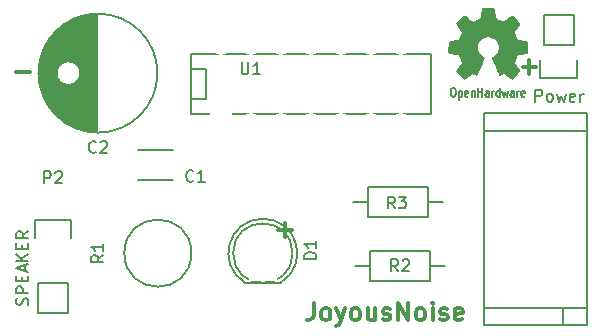
<source format=gbr>
G04 #@! TF.FileFunction,Legend,Top*
%FSLAX46Y46*%
G04 Gerber Fmt 4.6, Leading zero omitted, Abs format (unit mm)*
G04 Created by KiCad (PCBNEW (2015-07-30 BZR 6023, Git cb629e0)-product) date 9/23/2015 11:43:22 AM*
%MOMM*%
G01*
G04 APERTURE LIST*
%ADD10C,0.100000*%
%ADD11C,0.300000*%
%ADD12C,0.150000*%
%ADD13C,0.002540*%
%ADD14C,0.127000*%
%ADD15C,2.899360*%
%ADD16R,2.400000X2.300000*%
%ADD17C,2.300000*%
%ADD18R,2.432000X2.432000*%
%ADD19O,2.432000X2.432000*%
%ADD20C,2.398980*%
%ADD21R,1.974800X2.686000*%
%ADD22O,1.974800X2.686000*%
%ADD23R,1.700000X1.700000*%
%ADD24C,1.700000*%
%ADD25O,2.899360X1.901140*%
G04 APERTURE END LIST*
D10*
D11*
X127701112Y-69761563D02*
X128843969Y-69761563D01*
X170581392Y-69327223D02*
X171724249Y-69327223D01*
X171152820Y-69898651D02*
X171152820Y-68755794D01*
X152889391Y-89277451D02*
X152889391Y-90348880D01*
X152817963Y-90563166D01*
X152675106Y-90706023D01*
X152460820Y-90777451D01*
X152317963Y-90777451D01*
X153817963Y-90777451D02*
X153675105Y-90706023D01*
X153603677Y-90634594D01*
X153532248Y-90491737D01*
X153532248Y-90063166D01*
X153603677Y-89920309D01*
X153675105Y-89848880D01*
X153817963Y-89777451D01*
X154032248Y-89777451D01*
X154175105Y-89848880D01*
X154246534Y-89920309D01*
X154317963Y-90063166D01*
X154317963Y-90491737D01*
X154246534Y-90634594D01*
X154175105Y-90706023D01*
X154032248Y-90777451D01*
X153817963Y-90777451D01*
X154817963Y-89777451D02*
X155175106Y-90777451D01*
X155532248Y-89777451D02*
X155175106Y-90777451D01*
X155032248Y-91134594D01*
X154960820Y-91206023D01*
X154817963Y-91277451D01*
X156317963Y-90777451D02*
X156175105Y-90706023D01*
X156103677Y-90634594D01*
X156032248Y-90491737D01*
X156032248Y-90063166D01*
X156103677Y-89920309D01*
X156175105Y-89848880D01*
X156317963Y-89777451D01*
X156532248Y-89777451D01*
X156675105Y-89848880D01*
X156746534Y-89920309D01*
X156817963Y-90063166D01*
X156817963Y-90491737D01*
X156746534Y-90634594D01*
X156675105Y-90706023D01*
X156532248Y-90777451D01*
X156317963Y-90777451D01*
X158103677Y-89777451D02*
X158103677Y-90777451D01*
X157460820Y-89777451D02*
X157460820Y-90563166D01*
X157532248Y-90706023D01*
X157675106Y-90777451D01*
X157889391Y-90777451D01*
X158032248Y-90706023D01*
X158103677Y-90634594D01*
X158746534Y-90706023D02*
X158889391Y-90777451D01*
X159175106Y-90777451D01*
X159317963Y-90706023D01*
X159389391Y-90563166D01*
X159389391Y-90491737D01*
X159317963Y-90348880D01*
X159175106Y-90277451D01*
X158960820Y-90277451D01*
X158817963Y-90206023D01*
X158746534Y-90063166D01*
X158746534Y-89991737D01*
X158817963Y-89848880D01*
X158960820Y-89777451D01*
X159175106Y-89777451D01*
X159317963Y-89848880D01*
X160032249Y-90777451D02*
X160032249Y-89277451D01*
X160889392Y-90777451D01*
X160889392Y-89277451D01*
X161817964Y-90777451D02*
X161675106Y-90706023D01*
X161603678Y-90634594D01*
X161532249Y-90491737D01*
X161532249Y-90063166D01*
X161603678Y-89920309D01*
X161675106Y-89848880D01*
X161817964Y-89777451D01*
X162032249Y-89777451D01*
X162175106Y-89848880D01*
X162246535Y-89920309D01*
X162317964Y-90063166D01*
X162317964Y-90491737D01*
X162246535Y-90634594D01*
X162175106Y-90706023D01*
X162032249Y-90777451D01*
X161817964Y-90777451D01*
X162960821Y-90777451D02*
X162960821Y-89777451D01*
X162960821Y-89277451D02*
X162889392Y-89348880D01*
X162960821Y-89420309D01*
X163032249Y-89348880D01*
X162960821Y-89277451D01*
X162960821Y-89420309D01*
X163603678Y-90706023D02*
X163746535Y-90777451D01*
X164032250Y-90777451D01*
X164175107Y-90706023D01*
X164246535Y-90563166D01*
X164246535Y-90491737D01*
X164175107Y-90348880D01*
X164032250Y-90277451D01*
X163817964Y-90277451D01*
X163675107Y-90206023D01*
X163603678Y-90063166D01*
X163603678Y-89991737D01*
X163675107Y-89848880D01*
X163817964Y-89777451D01*
X164032250Y-89777451D01*
X164175107Y-89848880D01*
X165460821Y-90706023D02*
X165317964Y-90777451D01*
X165032250Y-90777451D01*
X164889393Y-90706023D01*
X164817964Y-90563166D01*
X164817964Y-89991737D01*
X164889393Y-89848880D01*
X165032250Y-89777451D01*
X165317964Y-89777451D01*
X165460821Y-89848880D01*
X165532250Y-89991737D01*
X165532250Y-90134594D01*
X164817964Y-90277451D01*
X149885472Y-83127043D02*
X151028329Y-83127043D01*
X150456900Y-83698471D02*
X150456900Y-82555614D01*
D12*
X176028100Y-91186000D02*
X176028100Y-73218040D01*
X174028100Y-91216480D02*
X167327580Y-91216480D01*
X167327580Y-91216480D02*
X167327580Y-89616280D01*
X176028100Y-73218040D02*
X167327580Y-73218040D01*
X167327580Y-73218040D02*
X167327580Y-74716640D01*
X176028100Y-91216480D02*
X174028100Y-91216480D01*
X174028100Y-91216480D02*
X174028100Y-89717880D01*
X176028100Y-74716640D02*
X167327580Y-74716640D01*
X167327580Y-74716640D02*
X167327580Y-89717880D01*
X167327580Y-89717880D02*
X176028100Y-89717880D01*
X150114904Y-87574888D02*
G75*
G03X147090000Y-87590000I-1524904J2484888D01*
G01*
X150090000Y-87590000D02*
X147090000Y-87590000D01*
X151107936Y-85090000D02*
G75*
G03X151107936Y-85090000I-2517936J0D01*
G01*
X172377100Y-67431920D02*
X172377100Y-64891920D01*
X172097100Y-70251920D02*
X172097100Y-68701920D01*
X172377100Y-67431920D02*
X174917100Y-67431920D01*
X175197100Y-68701920D02*
X175197100Y-70251920D01*
X175197100Y-70251920D02*
X172097100Y-70251920D01*
X174917100Y-67431920D02*
X174917100Y-64891920D01*
X174917100Y-64891920D02*
X172377100Y-64891920D01*
X162560000Y-82042000D02*
X157480000Y-82042000D01*
X157480000Y-82042000D02*
X157480000Y-79502000D01*
X157480000Y-79502000D02*
X162560000Y-79502000D01*
X162560000Y-79502000D02*
X162560000Y-82042000D01*
X162560000Y-80772000D02*
X163830000Y-80772000D01*
X157480000Y-80772000D02*
X156210000Y-80772000D01*
X142481300Y-68224400D02*
X162801300Y-68224400D01*
X162801300Y-73304400D02*
X142481300Y-73304400D01*
X142481300Y-73304400D02*
X142481300Y-68224400D01*
X142481300Y-69494400D02*
X143751300Y-69494400D01*
X143751300Y-69494400D02*
X143751300Y-72034400D01*
X143751300Y-72034400D02*
X142481300Y-72034400D01*
X162801300Y-68224400D02*
X162801300Y-73304400D01*
X157657800Y-84874100D02*
X162737800Y-84874100D01*
X162737800Y-84874100D02*
X162737800Y-87414100D01*
X162737800Y-87414100D02*
X157657800Y-87414100D01*
X157657800Y-87414100D02*
X157657800Y-84874100D01*
X157657800Y-86144100D02*
X156387800Y-86144100D01*
X162737800Y-86144100D02*
X164007800Y-86144100D01*
X141021880Y-78869860D02*
X138021880Y-78869860D01*
X138021880Y-76369860D02*
X141021880Y-76369860D01*
X134554520Y-74849000D02*
X134554520Y-64851000D01*
X134414520Y-74845000D02*
X134414520Y-64855000D01*
X134274520Y-74837000D02*
X134274520Y-64863000D01*
X134134520Y-74825000D02*
X134134520Y-64875000D01*
X133994520Y-74810000D02*
X133994520Y-64890000D01*
X133854520Y-74790000D02*
X133854520Y-64910000D01*
X133714520Y-74766000D02*
X133714520Y-64934000D01*
X133574520Y-74737000D02*
X133574520Y-64963000D01*
X133434520Y-74705000D02*
X133434520Y-64995000D01*
X133294520Y-74668000D02*
X133294520Y-65032000D01*
X133154520Y-74627000D02*
X133154520Y-65073000D01*
X133014520Y-74582000D02*
X133014520Y-70316000D01*
X133014520Y-69384000D02*
X133014520Y-65118000D01*
X132874520Y-74532000D02*
X132874520Y-70517000D01*
X132874520Y-69183000D02*
X132874520Y-65168000D01*
X132734520Y-74477000D02*
X132734520Y-70646000D01*
X132734520Y-69054000D02*
X132734520Y-65223000D01*
X132594520Y-74417000D02*
X132594520Y-70735000D01*
X132594520Y-68965000D02*
X132594520Y-65283000D01*
X132454520Y-74352000D02*
X132454520Y-70796000D01*
X132454520Y-68904000D02*
X132454520Y-65348000D01*
X132314520Y-74282000D02*
X132314520Y-70833000D01*
X132314520Y-68867000D02*
X132314520Y-65418000D01*
X132174520Y-74206000D02*
X132174520Y-70849000D01*
X132174520Y-68851000D02*
X132174520Y-65494000D01*
X132034520Y-74124000D02*
X132034520Y-70845000D01*
X132034520Y-68855000D02*
X132034520Y-65576000D01*
X131894520Y-74036000D02*
X131894520Y-70822000D01*
X131894520Y-68878000D02*
X131894520Y-65664000D01*
X131754520Y-73941000D02*
X131754520Y-70777000D01*
X131754520Y-68923000D02*
X131754520Y-65759000D01*
X131614520Y-73839000D02*
X131614520Y-70707000D01*
X131614520Y-68993000D02*
X131614520Y-65861000D01*
X131474520Y-73729000D02*
X131474520Y-70606000D01*
X131474520Y-69094000D02*
X131474520Y-65971000D01*
X131334520Y-73611000D02*
X131334520Y-70457000D01*
X131334520Y-69243000D02*
X131334520Y-66089000D01*
X131194520Y-73483000D02*
X131194520Y-70205000D01*
X131194520Y-69495000D02*
X131194520Y-66217000D01*
X131054520Y-73346000D02*
X131054520Y-66354000D01*
X130914520Y-73196000D02*
X130914520Y-66504000D01*
X130774520Y-73034000D02*
X130774520Y-66666000D01*
X130634520Y-72857000D02*
X130634520Y-66843000D01*
X130494520Y-72661000D02*
X130494520Y-67039000D01*
X130354520Y-72443000D02*
X130354520Y-67257000D01*
X130214520Y-72197000D02*
X130214520Y-67503000D01*
X130074520Y-71912000D02*
X130074520Y-67788000D01*
X129934520Y-71570000D02*
X129934520Y-68130000D01*
X129794520Y-71124000D02*
X129794520Y-68576000D01*
X129654520Y-70349000D02*
X129654520Y-69351000D01*
X133129520Y-69850000D02*
G75*
G03X133129520Y-69850000I-1000000J0D01*
G01*
X139667020Y-69850000D02*
G75*
G03X139667020Y-69850000I-5037500J0D01*
G01*
X132080000Y-87630000D02*
X132080000Y-90170000D01*
X132360000Y-82270000D02*
X132360000Y-83820000D01*
X132080000Y-87630000D02*
X129540000Y-87630000D01*
X129260000Y-83820000D02*
X129260000Y-82270000D01*
X129260000Y-82270000D02*
X132360000Y-82270000D01*
X129540000Y-87630000D02*
X129540000Y-90170000D01*
X129540000Y-90170000D02*
X132080000Y-90170000D01*
X142539806Y-85090000D02*
G75*
G03X142539806Y-85090000I-2839806J0D01*
G01*
D13*
G36*
X165615620Y-70309740D02*
X165651180Y-70289420D01*
X165729920Y-70241160D01*
X165841680Y-70167500D01*
X165973760Y-70081140D01*
X166105840Y-69989700D01*
X166215060Y-69918580D01*
X166291260Y-69867780D01*
X166321740Y-69850000D01*
X166339520Y-69857620D01*
X166403020Y-69888100D01*
X166491920Y-69933820D01*
X166545260Y-69961760D01*
X166629080Y-69997320D01*
X166672260Y-70004940D01*
X166677340Y-69994780D01*
X166707820Y-69931280D01*
X166756080Y-69822060D01*
X166819580Y-69677280D01*
X166893240Y-69507100D01*
X166969440Y-69324220D01*
X167048180Y-69138800D01*
X167121840Y-68961000D01*
X167185340Y-68800980D01*
X167238680Y-68668900D01*
X167274240Y-68580000D01*
X167286940Y-68541900D01*
X167281860Y-68531740D01*
X167241220Y-68491100D01*
X167167560Y-68437760D01*
X167010080Y-68308220D01*
X166852600Y-68115180D01*
X166758620Y-67894200D01*
X166725600Y-67647820D01*
X166753540Y-67419220D01*
X166842440Y-67200780D01*
X166994840Y-67005200D01*
X167180260Y-66857880D01*
X167396160Y-66766440D01*
X167640000Y-66735960D01*
X167871140Y-66761360D01*
X168094660Y-66850260D01*
X168292780Y-67000120D01*
X168376600Y-67096640D01*
X168490900Y-67294760D01*
X168554400Y-67508120D01*
X168562020Y-67564000D01*
X168551860Y-67797680D01*
X168483280Y-68021200D01*
X168358820Y-68221860D01*
X168188640Y-68386960D01*
X168165780Y-68402200D01*
X168087040Y-68463160D01*
X168033700Y-68503800D01*
X167990520Y-68536820D01*
X168290240Y-69255640D01*
X168338500Y-69369940D01*
X168419780Y-69568060D01*
X168490900Y-69735700D01*
X168549320Y-69870320D01*
X168589960Y-69961760D01*
X168607740Y-69997320D01*
X168607740Y-69999860D01*
X168635680Y-70004940D01*
X168689020Y-69984620D01*
X168790620Y-69936360D01*
X168856660Y-69900800D01*
X168932860Y-69865240D01*
X168968420Y-69850000D01*
X168996360Y-69867780D01*
X169070020Y-69913500D01*
X169176700Y-69984620D01*
X169306240Y-70073520D01*
X169428160Y-70157340D01*
X169539920Y-70231000D01*
X169621200Y-70284340D01*
X169661840Y-70304660D01*
X169666920Y-70304660D01*
X169702480Y-70284340D01*
X169768520Y-70231000D01*
X169865040Y-70139560D01*
X170004740Y-70002400D01*
X170025060Y-69979540D01*
X170139360Y-69865240D01*
X170230800Y-69768720D01*
X170294300Y-69697600D01*
X170317160Y-69667120D01*
X170317160Y-69667120D01*
X170296840Y-69629020D01*
X170243500Y-69545200D01*
X170169840Y-69430900D01*
X170078400Y-69298820D01*
X169839640Y-68953380D01*
X169971720Y-68625720D01*
X170012360Y-68526660D01*
X170063160Y-68404740D01*
X170101260Y-68318380D01*
X170119040Y-68280280D01*
X170154600Y-68267580D01*
X170243500Y-68247260D01*
X170373040Y-68219320D01*
X170527980Y-68191380D01*
X170675300Y-68163440D01*
X170807380Y-68138040D01*
X170903900Y-68120260D01*
X170947080Y-68112640D01*
X170957240Y-68105020D01*
X170967400Y-68084700D01*
X170972480Y-68038980D01*
X170975020Y-67957700D01*
X170977560Y-67830700D01*
X170977560Y-67647820D01*
X170977560Y-67627500D01*
X170975020Y-67452240D01*
X170972480Y-67312540D01*
X170967400Y-67221100D01*
X170962320Y-67185540D01*
X170962320Y-67185540D01*
X170919140Y-67175380D01*
X170825160Y-67155060D01*
X170693080Y-67129660D01*
X170535600Y-67099180D01*
X170525440Y-67096640D01*
X170367960Y-67066160D01*
X170233340Y-67038220D01*
X170141900Y-67017900D01*
X170103800Y-67005200D01*
X170093640Y-66995040D01*
X170063160Y-66931540D01*
X170017440Y-66835020D01*
X169964100Y-66715640D01*
X169913300Y-66591180D01*
X169870120Y-66479420D01*
X169839640Y-66395600D01*
X169829480Y-66357500D01*
X169829480Y-66357500D01*
X169854880Y-66319400D01*
X169908220Y-66238120D01*
X169984420Y-66123820D01*
X170078400Y-65989200D01*
X170083480Y-65979040D01*
X170174920Y-65846960D01*
X170248580Y-65732660D01*
X170296840Y-65651380D01*
X170317160Y-65615820D01*
X170314620Y-65613280D01*
X170286680Y-65575180D01*
X170218100Y-65498980D01*
X170121580Y-65397380D01*
X170004740Y-65278000D01*
X169966640Y-65242440D01*
X169837100Y-65115440D01*
X169745660Y-65031620D01*
X169689780Y-64988440D01*
X169664380Y-64978280D01*
X169661840Y-64978280D01*
X169621200Y-65003680D01*
X169537380Y-65059560D01*
X169423080Y-65135760D01*
X169288460Y-65227200D01*
X169278300Y-65234820D01*
X169146220Y-65326260D01*
X169034460Y-65399920D01*
X168955720Y-65453260D01*
X168920160Y-65473580D01*
X168915080Y-65473580D01*
X168859200Y-65458340D01*
X168765220Y-65425320D01*
X168648380Y-65379600D01*
X168523920Y-65328800D01*
X168412160Y-65283080D01*
X168328340Y-65244980D01*
X168290240Y-65222120D01*
X168287700Y-65219580D01*
X168275000Y-65171320D01*
X168252140Y-65072260D01*
X168221660Y-64935100D01*
X168191180Y-64770000D01*
X168186100Y-64744600D01*
X168155620Y-64584580D01*
X168130220Y-64455040D01*
X168112440Y-64363600D01*
X168102280Y-64325500D01*
X168079420Y-64320420D01*
X168003220Y-64315340D01*
X167883840Y-64312800D01*
X167741600Y-64310260D01*
X167589200Y-64310260D01*
X167441880Y-64315340D01*
X167317420Y-64317880D01*
X167225980Y-64325500D01*
X167187880Y-64333120D01*
X167187880Y-64335660D01*
X167172640Y-64383920D01*
X167152320Y-64482980D01*
X167124380Y-64622680D01*
X167091360Y-64785240D01*
X167086280Y-64815720D01*
X167055800Y-64973200D01*
X167030400Y-65102740D01*
X167010080Y-65194180D01*
X166999920Y-65229740D01*
X166987220Y-65237360D01*
X166921180Y-65265300D01*
X166814500Y-65308480D01*
X166682420Y-65361820D01*
X166377620Y-65486280D01*
X166001700Y-65229740D01*
X165968680Y-65206880D01*
X165834060Y-65112900D01*
X165722300Y-65039240D01*
X165646100Y-64990980D01*
X165613080Y-64973200D01*
X165610540Y-64973200D01*
X165572440Y-65006220D01*
X165498780Y-65074800D01*
X165397180Y-65173860D01*
X165280340Y-65293240D01*
X165191440Y-65379600D01*
X165089840Y-65483740D01*
X165023800Y-65554860D01*
X164988240Y-65600580D01*
X164975540Y-65628520D01*
X164978080Y-65646300D01*
X165003480Y-65684400D01*
X165056820Y-65768220D01*
X165135560Y-65879980D01*
X165227000Y-66014600D01*
X165300660Y-66123820D01*
X165381940Y-66250820D01*
X165435280Y-66339720D01*
X165453060Y-66382900D01*
X165447980Y-66403220D01*
X165422580Y-66474340D01*
X165379400Y-66586100D01*
X165320980Y-66718180D01*
X165191440Y-67015360D01*
X164998400Y-67053460D01*
X164879020Y-67073780D01*
X164713920Y-67106800D01*
X164556440Y-67137280D01*
X164310060Y-67185540D01*
X164302440Y-68089780D01*
X164340540Y-68105020D01*
X164376100Y-68115180D01*
X164467540Y-68135500D01*
X164597080Y-68160900D01*
X164752020Y-68188840D01*
X164881560Y-68214240D01*
X165013640Y-68239640D01*
X165110160Y-68257420D01*
X165150800Y-68267580D01*
X165160960Y-68280280D01*
X165193980Y-68343780D01*
X165242240Y-68445380D01*
X165293040Y-68567300D01*
X165346380Y-68694300D01*
X165392100Y-68811140D01*
X165425120Y-68900040D01*
X165437820Y-68948300D01*
X165420040Y-68981320D01*
X165369240Y-69060060D01*
X165298120Y-69169280D01*
X165206680Y-69301360D01*
X165117780Y-69430900D01*
X165041580Y-69545200D01*
X164990780Y-69623940D01*
X164967920Y-69662040D01*
X164978080Y-69687440D01*
X165031420Y-69750940D01*
X165130480Y-69852540D01*
X165277800Y-69997320D01*
X165300660Y-70020180D01*
X165417500Y-70134480D01*
X165516560Y-70225920D01*
X165585140Y-70286880D01*
X165615620Y-70309740D01*
X165615620Y-70309740D01*
G37*
X165615620Y-70309740D02*
X165651180Y-70289420D01*
X165729920Y-70241160D01*
X165841680Y-70167500D01*
X165973760Y-70081140D01*
X166105840Y-69989700D01*
X166215060Y-69918580D01*
X166291260Y-69867780D01*
X166321740Y-69850000D01*
X166339520Y-69857620D01*
X166403020Y-69888100D01*
X166491920Y-69933820D01*
X166545260Y-69961760D01*
X166629080Y-69997320D01*
X166672260Y-70004940D01*
X166677340Y-69994780D01*
X166707820Y-69931280D01*
X166756080Y-69822060D01*
X166819580Y-69677280D01*
X166893240Y-69507100D01*
X166969440Y-69324220D01*
X167048180Y-69138800D01*
X167121840Y-68961000D01*
X167185340Y-68800980D01*
X167238680Y-68668900D01*
X167274240Y-68580000D01*
X167286940Y-68541900D01*
X167281860Y-68531740D01*
X167241220Y-68491100D01*
X167167560Y-68437760D01*
X167010080Y-68308220D01*
X166852600Y-68115180D01*
X166758620Y-67894200D01*
X166725600Y-67647820D01*
X166753540Y-67419220D01*
X166842440Y-67200780D01*
X166994840Y-67005200D01*
X167180260Y-66857880D01*
X167396160Y-66766440D01*
X167640000Y-66735960D01*
X167871140Y-66761360D01*
X168094660Y-66850260D01*
X168292780Y-67000120D01*
X168376600Y-67096640D01*
X168490900Y-67294760D01*
X168554400Y-67508120D01*
X168562020Y-67564000D01*
X168551860Y-67797680D01*
X168483280Y-68021200D01*
X168358820Y-68221860D01*
X168188640Y-68386960D01*
X168165780Y-68402200D01*
X168087040Y-68463160D01*
X168033700Y-68503800D01*
X167990520Y-68536820D01*
X168290240Y-69255640D01*
X168338500Y-69369940D01*
X168419780Y-69568060D01*
X168490900Y-69735700D01*
X168549320Y-69870320D01*
X168589960Y-69961760D01*
X168607740Y-69997320D01*
X168607740Y-69999860D01*
X168635680Y-70004940D01*
X168689020Y-69984620D01*
X168790620Y-69936360D01*
X168856660Y-69900800D01*
X168932860Y-69865240D01*
X168968420Y-69850000D01*
X168996360Y-69867780D01*
X169070020Y-69913500D01*
X169176700Y-69984620D01*
X169306240Y-70073520D01*
X169428160Y-70157340D01*
X169539920Y-70231000D01*
X169621200Y-70284340D01*
X169661840Y-70304660D01*
X169666920Y-70304660D01*
X169702480Y-70284340D01*
X169768520Y-70231000D01*
X169865040Y-70139560D01*
X170004740Y-70002400D01*
X170025060Y-69979540D01*
X170139360Y-69865240D01*
X170230800Y-69768720D01*
X170294300Y-69697600D01*
X170317160Y-69667120D01*
X170317160Y-69667120D01*
X170296840Y-69629020D01*
X170243500Y-69545200D01*
X170169840Y-69430900D01*
X170078400Y-69298820D01*
X169839640Y-68953380D01*
X169971720Y-68625720D01*
X170012360Y-68526660D01*
X170063160Y-68404740D01*
X170101260Y-68318380D01*
X170119040Y-68280280D01*
X170154600Y-68267580D01*
X170243500Y-68247260D01*
X170373040Y-68219320D01*
X170527980Y-68191380D01*
X170675300Y-68163440D01*
X170807380Y-68138040D01*
X170903900Y-68120260D01*
X170947080Y-68112640D01*
X170957240Y-68105020D01*
X170967400Y-68084700D01*
X170972480Y-68038980D01*
X170975020Y-67957700D01*
X170977560Y-67830700D01*
X170977560Y-67647820D01*
X170977560Y-67627500D01*
X170975020Y-67452240D01*
X170972480Y-67312540D01*
X170967400Y-67221100D01*
X170962320Y-67185540D01*
X170962320Y-67185540D01*
X170919140Y-67175380D01*
X170825160Y-67155060D01*
X170693080Y-67129660D01*
X170535600Y-67099180D01*
X170525440Y-67096640D01*
X170367960Y-67066160D01*
X170233340Y-67038220D01*
X170141900Y-67017900D01*
X170103800Y-67005200D01*
X170093640Y-66995040D01*
X170063160Y-66931540D01*
X170017440Y-66835020D01*
X169964100Y-66715640D01*
X169913300Y-66591180D01*
X169870120Y-66479420D01*
X169839640Y-66395600D01*
X169829480Y-66357500D01*
X169829480Y-66357500D01*
X169854880Y-66319400D01*
X169908220Y-66238120D01*
X169984420Y-66123820D01*
X170078400Y-65989200D01*
X170083480Y-65979040D01*
X170174920Y-65846960D01*
X170248580Y-65732660D01*
X170296840Y-65651380D01*
X170317160Y-65615820D01*
X170314620Y-65613280D01*
X170286680Y-65575180D01*
X170218100Y-65498980D01*
X170121580Y-65397380D01*
X170004740Y-65278000D01*
X169966640Y-65242440D01*
X169837100Y-65115440D01*
X169745660Y-65031620D01*
X169689780Y-64988440D01*
X169664380Y-64978280D01*
X169661840Y-64978280D01*
X169621200Y-65003680D01*
X169537380Y-65059560D01*
X169423080Y-65135760D01*
X169288460Y-65227200D01*
X169278300Y-65234820D01*
X169146220Y-65326260D01*
X169034460Y-65399920D01*
X168955720Y-65453260D01*
X168920160Y-65473580D01*
X168915080Y-65473580D01*
X168859200Y-65458340D01*
X168765220Y-65425320D01*
X168648380Y-65379600D01*
X168523920Y-65328800D01*
X168412160Y-65283080D01*
X168328340Y-65244980D01*
X168290240Y-65222120D01*
X168287700Y-65219580D01*
X168275000Y-65171320D01*
X168252140Y-65072260D01*
X168221660Y-64935100D01*
X168191180Y-64770000D01*
X168186100Y-64744600D01*
X168155620Y-64584580D01*
X168130220Y-64455040D01*
X168112440Y-64363600D01*
X168102280Y-64325500D01*
X168079420Y-64320420D01*
X168003220Y-64315340D01*
X167883840Y-64312800D01*
X167741600Y-64310260D01*
X167589200Y-64310260D01*
X167441880Y-64315340D01*
X167317420Y-64317880D01*
X167225980Y-64325500D01*
X167187880Y-64333120D01*
X167187880Y-64335660D01*
X167172640Y-64383920D01*
X167152320Y-64482980D01*
X167124380Y-64622680D01*
X167091360Y-64785240D01*
X167086280Y-64815720D01*
X167055800Y-64973200D01*
X167030400Y-65102740D01*
X167010080Y-65194180D01*
X166999920Y-65229740D01*
X166987220Y-65237360D01*
X166921180Y-65265300D01*
X166814500Y-65308480D01*
X166682420Y-65361820D01*
X166377620Y-65486280D01*
X166001700Y-65229740D01*
X165968680Y-65206880D01*
X165834060Y-65112900D01*
X165722300Y-65039240D01*
X165646100Y-64990980D01*
X165613080Y-64973200D01*
X165610540Y-64973200D01*
X165572440Y-65006220D01*
X165498780Y-65074800D01*
X165397180Y-65173860D01*
X165280340Y-65293240D01*
X165191440Y-65379600D01*
X165089840Y-65483740D01*
X165023800Y-65554860D01*
X164988240Y-65600580D01*
X164975540Y-65628520D01*
X164978080Y-65646300D01*
X165003480Y-65684400D01*
X165056820Y-65768220D01*
X165135560Y-65879980D01*
X165227000Y-66014600D01*
X165300660Y-66123820D01*
X165381940Y-66250820D01*
X165435280Y-66339720D01*
X165453060Y-66382900D01*
X165447980Y-66403220D01*
X165422580Y-66474340D01*
X165379400Y-66586100D01*
X165320980Y-66718180D01*
X165191440Y-67015360D01*
X164998400Y-67053460D01*
X164879020Y-67073780D01*
X164713920Y-67106800D01*
X164556440Y-67137280D01*
X164310060Y-67185540D01*
X164302440Y-68089780D01*
X164340540Y-68105020D01*
X164376100Y-68115180D01*
X164467540Y-68135500D01*
X164597080Y-68160900D01*
X164752020Y-68188840D01*
X164881560Y-68214240D01*
X165013640Y-68239640D01*
X165110160Y-68257420D01*
X165150800Y-68267580D01*
X165160960Y-68280280D01*
X165193980Y-68343780D01*
X165242240Y-68445380D01*
X165293040Y-68567300D01*
X165346380Y-68694300D01*
X165392100Y-68811140D01*
X165425120Y-68900040D01*
X165437820Y-68948300D01*
X165420040Y-68981320D01*
X165369240Y-69060060D01*
X165298120Y-69169280D01*
X165206680Y-69301360D01*
X165117780Y-69430900D01*
X165041580Y-69545200D01*
X164990780Y-69623940D01*
X164967920Y-69662040D01*
X164978080Y-69687440D01*
X165031420Y-69750940D01*
X165130480Y-69852540D01*
X165277800Y-69997320D01*
X165300660Y-70020180D01*
X165417500Y-70134480D01*
X165516560Y-70225920D01*
X165585140Y-70286880D01*
X165615620Y-70309740D01*
D12*
X153106381Y-85574095D02*
X152106381Y-85574095D01*
X152106381Y-85336000D01*
X152154000Y-85193142D01*
X152249238Y-85097904D01*
X152344476Y-85050285D01*
X152534952Y-85002666D01*
X152677810Y-85002666D01*
X152868286Y-85050285D01*
X152963524Y-85097904D01*
X153058762Y-85193142D01*
X153106381Y-85336000D01*
X153106381Y-85574095D01*
X153106381Y-84050285D02*
X153106381Y-84621714D01*
X153106381Y-84336000D02*
X152106381Y-84336000D01*
X152249238Y-84431238D01*
X152344476Y-84526476D01*
X152392095Y-84621714D01*
X171670909Y-72254301D02*
X171670909Y-71254301D01*
X172051862Y-71254301D01*
X172147100Y-71301920D01*
X172194719Y-71349539D01*
X172242338Y-71444777D01*
X172242338Y-71587634D01*
X172194719Y-71682872D01*
X172147100Y-71730491D01*
X172051862Y-71778110D01*
X171670909Y-71778110D01*
X172813766Y-72254301D02*
X172718528Y-72206682D01*
X172670909Y-72159063D01*
X172623290Y-72063825D01*
X172623290Y-71778110D01*
X172670909Y-71682872D01*
X172718528Y-71635253D01*
X172813766Y-71587634D01*
X172956624Y-71587634D01*
X173051862Y-71635253D01*
X173099481Y-71682872D01*
X173147100Y-71778110D01*
X173147100Y-72063825D01*
X173099481Y-72159063D01*
X173051862Y-72206682D01*
X172956624Y-72254301D01*
X172813766Y-72254301D01*
X173480433Y-71587634D02*
X173670909Y-72254301D01*
X173861386Y-71778110D01*
X174051862Y-72254301D01*
X174242338Y-71587634D01*
X175004243Y-72206682D02*
X174909005Y-72254301D01*
X174718528Y-72254301D01*
X174623290Y-72206682D01*
X174575671Y-72111444D01*
X174575671Y-71730491D01*
X174623290Y-71635253D01*
X174718528Y-71587634D01*
X174909005Y-71587634D01*
X175004243Y-71635253D01*
X175051862Y-71730491D01*
X175051862Y-71825730D01*
X174575671Y-71920968D01*
X175480433Y-72254301D02*
X175480433Y-71587634D01*
X175480433Y-71778110D02*
X175528052Y-71682872D01*
X175575671Y-71635253D01*
X175670909Y-71587634D01*
X175766148Y-71587634D01*
X160041294Y-86619341D02*
X159707960Y-86143150D01*
X159469865Y-86619341D02*
X159469865Y-85619341D01*
X159850818Y-85619341D01*
X159946056Y-85666960D01*
X159993675Y-85714579D01*
X160041294Y-85809817D01*
X160041294Y-85952674D01*
X159993675Y-86047912D01*
X159946056Y-86095531D01*
X159850818Y-86143150D01*
X159469865Y-86143150D01*
X160422246Y-85714579D02*
X160469865Y-85666960D01*
X160565103Y-85619341D01*
X160803199Y-85619341D01*
X160898437Y-85666960D01*
X160946056Y-85714579D01*
X160993675Y-85809817D01*
X160993675Y-85905055D01*
X160946056Y-86047912D01*
X160374627Y-86619341D01*
X160993675Y-86619341D01*
X146799395Y-68946781D02*
X146799395Y-69756305D01*
X146847014Y-69851543D01*
X146894633Y-69899162D01*
X146989871Y-69946781D01*
X147180348Y-69946781D01*
X147275586Y-69899162D01*
X147323205Y-69851543D01*
X147370824Y-69756305D01*
X147370824Y-68946781D01*
X148370824Y-69946781D02*
X147799395Y-69946781D01*
X148085109Y-69946781D02*
X148085109Y-68946781D01*
X147989871Y-69089638D01*
X147894633Y-69184876D01*
X147799395Y-69232495D01*
X159761894Y-81310741D02*
X159428560Y-80834550D01*
X159190465Y-81310741D02*
X159190465Y-80310741D01*
X159571418Y-80310741D01*
X159666656Y-80358360D01*
X159714275Y-80405979D01*
X159761894Y-80501217D01*
X159761894Y-80644074D01*
X159714275Y-80739312D01*
X159666656Y-80786931D01*
X159571418Y-80834550D01*
X159190465Y-80834550D01*
X160095227Y-80310741D02*
X160714275Y-80310741D01*
X160380941Y-80691693D01*
X160523799Y-80691693D01*
X160619037Y-80739312D01*
X160666656Y-80786931D01*
X160714275Y-80882170D01*
X160714275Y-81120265D01*
X160666656Y-81215503D01*
X160619037Y-81263122D01*
X160523799Y-81310741D01*
X160238084Y-81310741D01*
X160142846Y-81263122D01*
X160095227Y-81215503D01*
X142708334Y-78957443D02*
X142660715Y-79005062D01*
X142517858Y-79052681D01*
X142422620Y-79052681D01*
X142279762Y-79005062D01*
X142184524Y-78909824D01*
X142136905Y-78814586D01*
X142089286Y-78624110D01*
X142089286Y-78481252D01*
X142136905Y-78290776D01*
X142184524Y-78195538D01*
X142279762Y-78100300D01*
X142422620Y-78052681D01*
X142517858Y-78052681D01*
X142660715Y-78100300D01*
X142708334Y-78147919D01*
X143660715Y-79052681D02*
X143089286Y-79052681D01*
X143375000Y-79052681D02*
X143375000Y-78052681D01*
X143279762Y-78195538D01*
X143184524Y-78290776D01*
X143089286Y-78338395D01*
X134462854Y-76507143D02*
X134415235Y-76554762D01*
X134272378Y-76602381D01*
X134177140Y-76602381D01*
X134034282Y-76554762D01*
X133939044Y-76459524D01*
X133891425Y-76364286D01*
X133843806Y-76173810D01*
X133843806Y-76030952D01*
X133891425Y-75840476D01*
X133939044Y-75745238D01*
X134034282Y-75650000D01*
X134177140Y-75602381D01*
X134272378Y-75602381D01*
X134415235Y-75650000D01*
X134462854Y-75697619D01*
X134843806Y-75697619D02*
X134891425Y-75650000D01*
X134986663Y-75602381D01*
X135224759Y-75602381D01*
X135319997Y-75650000D01*
X135367616Y-75697619D01*
X135415235Y-75792857D01*
X135415235Y-75888095D01*
X135367616Y-76030952D01*
X134796187Y-76602381D01*
X135415235Y-76602381D01*
X130071905Y-79172381D02*
X130071905Y-78172381D01*
X130452858Y-78172381D01*
X130548096Y-78220000D01*
X130595715Y-78267619D01*
X130643334Y-78362857D01*
X130643334Y-78505714D01*
X130595715Y-78600952D01*
X130548096Y-78648571D01*
X130452858Y-78696190D01*
X130071905Y-78696190D01*
X131024286Y-78267619D02*
X131071905Y-78220000D01*
X131167143Y-78172381D01*
X131405239Y-78172381D01*
X131500477Y-78220000D01*
X131548096Y-78267619D01*
X131595715Y-78362857D01*
X131595715Y-78458095D01*
X131548096Y-78600952D01*
X130976667Y-79172381D01*
X131595715Y-79172381D01*
X128674762Y-89479048D02*
X128722381Y-89336191D01*
X128722381Y-89098095D01*
X128674762Y-89002857D01*
X128627143Y-88955238D01*
X128531905Y-88907619D01*
X128436667Y-88907619D01*
X128341429Y-88955238D01*
X128293810Y-89002857D01*
X128246190Y-89098095D01*
X128198571Y-89288572D01*
X128150952Y-89383810D01*
X128103333Y-89431429D01*
X128008095Y-89479048D01*
X127912857Y-89479048D01*
X127817619Y-89431429D01*
X127770000Y-89383810D01*
X127722381Y-89288572D01*
X127722381Y-89050476D01*
X127770000Y-88907619D01*
X128722381Y-88479048D02*
X127722381Y-88479048D01*
X127722381Y-88098095D01*
X127770000Y-88002857D01*
X127817619Y-87955238D01*
X127912857Y-87907619D01*
X128055714Y-87907619D01*
X128150952Y-87955238D01*
X128198571Y-88002857D01*
X128246190Y-88098095D01*
X128246190Y-88479048D01*
X128198571Y-87479048D02*
X128198571Y-87145714D01*
X128722381Y-87002857D02*
X128722381Y-87479048D01*
X127722381Y-87479048D01*
X127722381Y-87002857D01*
X128436667Y-86621905D02*
X128436667Y-86145714D01*
X128722381Y-86717143D02*
X127722381Y-86383810D01*
X128722381Y-86050476D01*
X128722381Y-85717143D02*
X127722381Y-85717143D01*
X128722381Y-85145714D02*
X128150952Y-85574286D01*
X127722381Y-85145714D02*
X128293810Y-85717143D01*
X128198571Y-84717143D02*
X128198571Y-84383809D01*
X128722381Y-84240952D02*
X128722381Y-84717143D01*
X127722381Y-84717143D01*
X127722381Y-84240952D01*
X128722381Y-83240952D02*
X128246190Y-83574286D01*
X128722381Y-83812381D02*
X127722381Y-83812381D01*
X127722381Y-83431428D01*
X127770000Y-83336190D01*
X127817619Y-83288571D01*
X127912857Y-83240952D01*
X128055714Y-83240952D01*
X128150952Y-83288571D01*
X128198571Y-83336190D01*
X128246190Y-83431428D01*
X128246190Y-83812381D01*
X135072381Y-85256666D02*
X134596190Y-85590000D01*
X135072381Y-85828095D02*
X134072381Y-85828095D01*
X134072381Y-85447142D01*
X134120000Y-85351904D01*
X134167619Y-85304285D01*
X134262857Y-85256666D01*
X134405714Y-85256666D01*
X134500952Y-85304285D01*
X134548571Y-85351904D01*
X134596190Y-85447142D01*
X134596190Y-85828095D01*
X135072381Y-84304285D02*
X135072381Y-84875714D01*
X135072381Y-84590000D02*
X134072381Y-84590000D01*
X134215238Y-84685238D01*
X134310476Y-84780476D01*
X134358095Y-84875714D01*
D14*
X164664571Y-71083714D02*
X164780685Y-71083714D01*
X164838743Y-71120000D01*
X164896800Y-71192571D01*
X164925828Y-71337714D01*
X164925828Y-71591714D01*
X164896800Y-71736857D01*
X164838743Y-71809429D01*
X164780685Y-71845714D01*
X164664571Y-71845714D01*
X164606514Y-71809429D01*
X164548457Y-71736857D01*
X164519428Y-71591714D01*
X164519428Y-71337714D01*
X164548457Y-71192571D01*
X164606514Y-71120000D01*
X164664571Y-71083714D01*
X165187086Y-71337714D02*
X165187086Y-72099714D01*
X165187086Y-71374000D02*
X165245143Y-71337714D01*
X165361257Y-71337714D01*
X165419314Y-71374000D01*
X165448343Y-71410286D01*
X165477372Y-71482857D01*
X165477372Y-71700571D01*
X165448343Y-71773143D01*
X165419314Y-71809429D01*
X165361257Y-71845714D01*
X165245143Y-71845714D01*
X165187086Y-71809429D01*
X165970857Y-71809429D02*
X165912800Y-71845714D01*
X165796686Y-71845714D01*
X165738629Y-71809429D01*
X165709600Y-71736857D01*
X165709600Y-71446571D01*
X165738629Y-71374000D01*
X165796686Y-71337714D01*
X165912800Y-71337714D01*
X165970857Y-71374000D01*
X165999886Y-71446571D01*
X165999886Y-71519143D01*
X165709600Y-71591714D01*
X166261143Y-71337714D02*
X166261143Y-71845714D01*
X166261143Y-71410286D02*
X166290171Y-71374000D01*
X166348229Y-71337714D01*
X166435314Y-71337714D01*
X166493371Y-71374000D01*
X166522400Y-71446571D01*
X166522400Y-71845714D01*
X166812686Y-71845714D02*
X166812686Y-71083714D01*
X166812686Y-71446571D02*
X167161029Y-71446571D01*
X167161029Y-71845714D02*
X167161029Y-71083714D01*
X167712572Y-71845714D02*
X167712572Y-71446571D01*
X167683543Y-71374000D01*
X167625486Y-71337714D01*
X167509372Y-71337714D01*
X167451315Y-71374000D01*
X167712572Y-71809429D02*
X167654515Y-71845714D01*
X167509372Y-71845714D01*
X167451315Y-71809429D01*
X167422286Y-71736857D01*
X167422286Y-71664286D01*
X167451315Y-71591714D01*
X167509372Y-71555429D01*
X167654515Y-71555429D01*
X167712572Y-71519143D01*
X168002858Y-71845714D02*
X168002858Y-71337714D01*
X168002858Y-71482857D02*
X168031886Y-71410286D01*
X168060915Y-71374000D01*
X168118972Y-71337714D01*
X168177029Y-71337714D01*
X168641486Y-71845714D02*
X168641486Y-71083714D01*
X168641486Y-71809429D02*
X168583429Y-71845714D01*
X168467315Y-71845714D01*
X168409257Y-71809429D01*
X168380229Y-71773143D01*
X168351200Y-71700571D01*
X168351200Y-71482857D01*
X168380229Y-71410286D01*
X168409257Y-71374000D01*
X168467315Y-71337714D01*
X168583429Y-71337714D01*
X168641486Y-71374000D01*
X168873715Y-71337714D02*
X168989829Y-71845714D01*
X169105943Y-71482857D01*
X169222058Y-71845714D01*
X169338172Y-71337714D01*
X169831658Y-71845714D02*
X169831658Y-71446571D01*
X169802629Y-71374000D01*
X169744572Y-71337714D01*
X169628458Y-71337714D01*
X169570401Y-71374000D01*
X169831658Y-71809429D02*
X169773601Y-71845714D01*
X169628458Y-71845714D01*
X169570401Y-71809429D01*
X169541372Y-71736857D01*
X169541372Y-71664286D01*
X169570401Y-71591714D01*
X169628458Y-71555429D01*
X169773601Y-71555429D01*
X169831658Y-71519143D01*
X170121944Y-71845714D02*
X170121944Y-71337714D01*
X170121944Y-71482857D02*
X170150972Y-71410286D01*
X170180001Y-71374000D01*
X170238058Y-71337714D01*
X170296115Y-71337714D01*
X170731543Y-71809429D02*
X170673486Y-71845714D01*
X170557372Y-71845714D01*
X170499315Y-71809429D01*
X170470286Y-71736857D01*
X170470286Y-71446571D01*
X170499315Y-71374000D01*
X170557372Y-71337714D01*
X170673486Y-71337714D01*
X170731543Y-71374000D01*
X170760572Y-71446571D01*
X170760572Y-71519143D01*
X170470286Y-71591714D01*
%LPC*%
D15*
X174028100Y-82217260D03*
X174028100Y-87218520D03*
X174028100Y-77216000D03*
D16*
X148590000Y-86360000D03*
D17*
X148590000Y-83820000D03*
D18*
X173647100Y-68701920D03*
D19*
X173647100Y-66161920D03*
D20*
X165100000Y-80772000D03*
X154940000Y-80772000D03*
D21*
X145021300Y-74574400D03*
D22*
X147561300Y-74574400D03*
X150101300Y-74574400D03*
X152641300Y-74574400D03*
X155181300Y-74574400D03*
X157721300Y-74574400D03*
X160261300Y-74574400D03*
X160261300Y-66954400D03*
X157721300Y-66954400D03*
X155181300Y-66954400D03*
X152641300Y-66954400D03*
X150101300Y-66954400D03*
X147561300Y-66954400D03*
X145021300Y-66954400D03*
D20*
X155117800Y-86144100D03*
X165277800Y-86144100D03*
D23*
X140771880Y-77619860D03*
D24*
X138271880Y-77619860D03*
D23*
X137129520Y-69850000D03*
D24*
X132129520Y-69850000D03*
D18*
X130810000Y-83820000D03*
D19*
X130810000Y-88900000D03*
D25*
X139700000Y-86360000D03*
X139700000Y-83820000D03*
M02*

</source>
